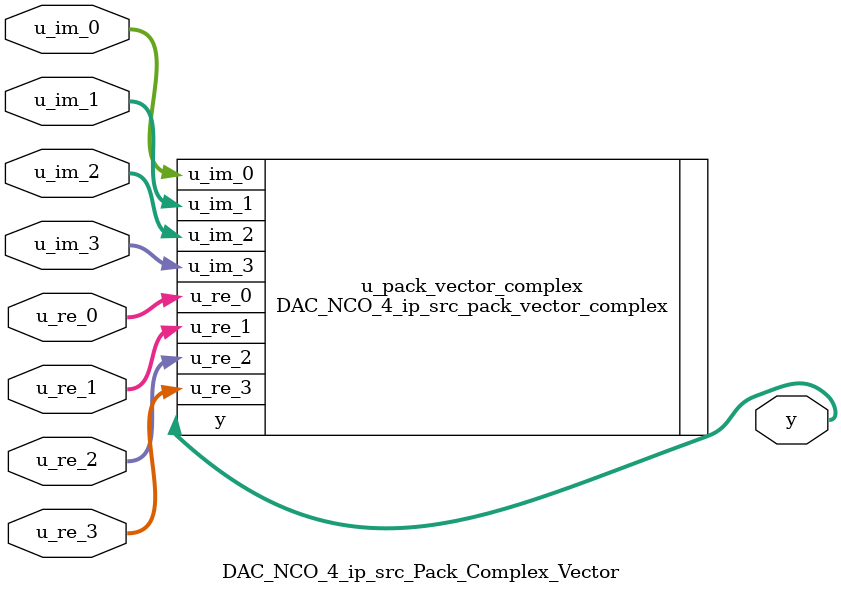
<source format=v>



`timescale 1 ns / 1 ns

module DAC_NCO_4_ip_src_Pack_Complex_Vector
          (u_re_0,
           u_re_1,
           u_re_2,
           u_re_3,
           u_im_0,
           u_im_1,
           u_im_2,
           u_im_3,
           y);


  input   signed [15:0] u_re_0;  // sfix16_En15
  input   signed [15:0] u_re_1;  // sfix16_En15
  input   signed [15:0] u_re_2;  // sfix16_En15
  input   signed [15:0] u_re_3;  // sfix16_En15
  input   signed [15:0] u_im_0;  // sfix16_En15
  input   signed [15:0] u_im_1;  // sfix16_En15
  input   signed [15:0] u_im_2;  // sfix16_En15
  input   signed [15:0] u_im_3;  // sfix16_En15
  output  [127:0] y;  // ufix128




  DAC_NCO_4_ip_src_pack_vector_complex u_pack_vector_complex (.u_re_0(u_re_0),  // sfix16_En15
                                                              .u_re_1(u_re_1),  // sfix16_En15
                                                              .u_re_2(u_re_2),  // sfix16_En15
                                                              .u_re_3(u_re_3),  // sfix16_En15
                                                              .u_im_0(u_im_0),  // sfix16_En15
                                                              .u_im_1(u_im_1),  // sfix16_En15
                                                              .u_im_2(u_im_2),  // sfix16_En15
                                                              .u_im_3(u_im_3),  // sfix16_En15
                                                              .y(y)  // ufix128
                                                              );

endmodule  // DAC_NCO_4_ip_src_Pack_Complex_Vector


</source>
